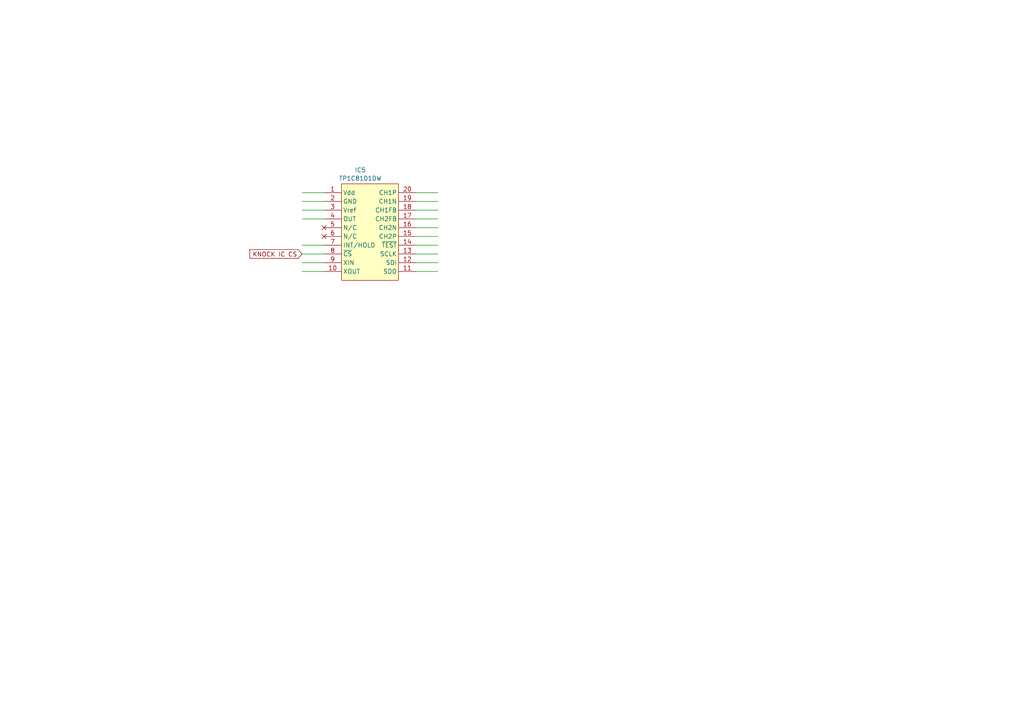
<source format=kicad_sch>
(kicad_sch
	(version 20250114)
	(generator "eeschema")
	(generator_version "9.0")
	(uuid "9ed5d001-f14e-4049-80dc-37552229f3e0")
	(paper "A4")
	(lib_symbols
		(symbol "SIMK43:TP1C8101DW"
			(exclude_from_sim no)
			(in_bom yes)
			(on_board yes)
			(property "Reference" "IC"
				(at 0 0 0)
				(effects
					(font
						(size 1.27 1.27)
					)
				)
			)
			(property "Value" ""
				(at 0 0 0)
				(effects
					(font
						(size 1.27 1.27)
					)
				)
			)
			(property "Footprint" ""
				(at 0 0 0)
				(effects
					(font
						(size 1.27 1.27)
					)
					(hide yes)
				)
			)
			(property "Datasheet" ""
				(at 0 0 0)
				(effects
					(font
						(size 1.27 1.27)
					)
					(hide yes)
				)
			)
			(property "Description" ""
				(at 0 0 0)
				(effects
					(font
						(size 1.27 1.27)
					)
					(hide yes)
				)
			)
			(symbol "TP1C8101DW_0_1"
				(polyline
					(pts
						(xy -14.605 1.905) (xy -13.335 0.635)
					)
					(stroke
						(width 0)
						(type default)
					)
					(fill
						(type none)
					)
				)
				(polyline
					(pts
						(xy -14.605 0.635) (xy -13.335 1.905)
					)
					(stroke
						(width 0)
						(type default)
					)
					(fill
						(type none)
					)
				)
				(polyline
					(pts
						(xy -14.605 -0.635) (xy -13.335 -1.905)
					)
					(stroke
						(width 0)
						(type default)
					)
					(fill
						(type none)
					)
				)
				(polyline
					(pts
						(xy -14.605 -1.905) (xy -13.335 -0.635)
					)
					(stroke
						(width 0)
						(type default)
					)
					(fill
						(type none)
					)
				)
			)
			(symbol "TP1C8101DW_1_1"
				(rectangle
					(start -8.89 13.97)
					(end 7.62 -13.97)
					(stroke
						(width 0)
						(type solid)
					)
					(fill
						(type color)
						(color 255 255 194 1)
					)
				)
				(pin bidirectional line
					(at -13.97 11.43 0)
					(length 5)
					(name "Vdd"
						(effects
							(font
								(size 1.27 1.27)
							)
						)
					)
					(number "1"
						(effects
							(font
								(size 1.27 1.27)
							)
						)
					)
				)
				(pin bidirectional line
					(at -13.97 8.89 0)
					(length 5)
					(name "GND"
						(effects
							(font
								(size 1.27 1.27)
							)
						)
					)
					(number "2"
						(effects
							(font
								(size 1.27 1.27)
							)
						)
					)
				)
				(pin bidirectional line
					(at -13.97 6.35 0)
					(length 5)
					(name "Vref"
						(effects
							(font
								(size 1.27 1.27)
							)
						)
					)
					(number "3"
						(effects
							(font
								(size 1.27 1.27)
							)
						)
					)
				)
				(pin bidirectional line
					(at -13.97 3.81 0)
					(length 5)
					(name "OUT"
						(effects
							(font
								(size 1.27 1.27)
							)
						)
					)
					(number "4"
						(effects
							(font
								(size 1.27 1.27)
							)
						)
					)
				)
				(pin bidirectional line
					(at -13.97 1.27 0)
					(length 5)
					(name "N/C"
						(effects
							(font
								(size 1.27 1.27)
							)
						)
					)
					(number "5"
						(effects
							(font
								(size 1.27 1.27)
							)
						)
					)
				)
				(pin bidirectional line
					(at -13.97 -1.27 0)
					(length 5)
					(name "N/C"
						(effects
							(font
								(size 1.27 1.27)
							)
						)
					)
					(number "6"
						(effects
							(font
								(size 1.27 1.27)
							)
						)
					)
				)
				(pin bidirectional line
					(at -13.97 -3.81 0)
					(length 5)
					(name "INT/HOLD"
						(effects
							(font
								(size 1.27 1.27)
							)
						)
					)
					(number "7"
						(effects
							(font
								(size 1.27 1.27)
							)
						)
					)
				)
				(pin bidirectional line
					(at -13.97 -6.35 0)
					(length 5)
					(name "~{CS}"
						(effects
							(font
								(size 1.27 1.27)
							)
						)
					)
					(number "8"
						(effects
							(font
								(size 1.27 1.27)
							)
						)
					)
				)
				(pin bidirectional line
					(at -13.97 -8.89 0)
					(length 5)
					(name "XIN"
						(effects
							(font
								(size 1.27 1.27)
							)
						)
					)
					(number "9"
						(effects
							(font
								(size 1.27 1.27)
							)
						)
					)
				)
				(pin bidirectional line
					(at -13.97 -11.43 0)
					(length 5)
					(name "XOUT"
						(effects
							(font
								(size 1.27 1.27)
							)
						)
					)
					(number "10"
						(effects
							(font
								(size 1.27 1.27)
							)
						)
					)
				)
				(pin bidirectional line
					(at 12.7 11.43 180)
					(length 5)
					(name "CH1P"
						(effects
							(font
								(size 1.27 1.27)
							)
						)
					)
					(number "20"
						(effects
							(font
								(size 1.27 1.27)
							)
						)
					)
				)
				(pin bidirectional line
					(at 12.7 8.89 180)
					(length 5)
					(name "CH1N"
						(effects
							(font
								(size 1.27 1.27)
							)
						)
					)
					(number "19"
						(effects
							(font
								(size 1.27 1.27)
							)
						)
					)
				)
				(pin bidirectional line
					(at 12.7 6.35 180)
					(length 5)
					(name "CH1FB"
						(effects
							(font
								(size 1.27 1.27)
							)
						)
					)
					(number "18"
						(effects
							(font
								(size 1.27 1.27)
							)
						)
					)
				)
				(pin bidirectional line
					(at 12.7 3.81 180)
					(length 5)
					(name "CH2FB"
						(effects
							(font
								(size 1.27 1.27)
							)
						)
					)
					(number "17"
						(effects
							(font
								(size 1.27 1.27)
							)
						)
					)
				)
				(pin bidirectional line
					(at 12.7 1.27 180)
					(length 5)
					(name "CH2N"
						(effects
							(font
								(size 1.27 1.27)
							)
						)
					)
					(number "16"
						(effects
							(font
								(size 1.27 1.27)
							)
						)
					)
				)
				(pin bidirectional line
					(at 12.7 -1.27 180)
					(length 5)
					(name "CH2P"
						(effects
							(font
								(size 1.27 1.27)
							)
						)
					)
					(number "15"
						(effects
							(font
								(size 1.27 1.27)
							)
						)
					)
				)
				(pin bidirectional line
					(at 12.7 -3.81 180)
					(length 5)
					(name "~{TEST}"
						(effects
							(font
								(size 1.27 1.27)
							)
						)
					)
					(number "14"
						(effects
							(font
								(size 1.27 1.27)
							)
						)
					)
				)
				(pin bidirectional line
					(at 12.7 -6.35 180)
					(length 5)
					(name "SCLK"
						(effects
							(font
								(size 1.27 1.27)
							)
						)
					)
					(number "13"
						(effects
							(font
								(size 1.27 1.27)
							)
						)
					)
				)
				(pin bidirectional line
					(at 12.7 -8.89 180)
					(length 5)
					(name "SDI"
						(effects
							(font
								(size 1.27 1.27)
							)
						)
					)
					(number "12"
						(effects
							(font
								(size 1.27 1.27)
							)
						)
					)
				)
				(pin bidirectional line
					(at 12.7 -11.43 180)
					(length 5)
					(name "SDO"
						(effects
							(font
								(size 1.27 1.27)
							)
						)
					)
					(number "11"
						(effects
							(font
								(size 1.27 1.27)
							)
						)
					)
				)
			)
			(embedded_fonts no)
		)
	)
	(wire
		(pts
			(xy 120.65 71.12) (xy 127 71.12)
		)
		(stroke
			(width 0)
			(type default)
		)
		(uuid "0d17f010-bee9-4837-8830-2a6a9f454195")
	)
	(wire
		(pts
			(xy 120.65 66.04) (xy 127 66.04)
		)
		(stroke
			(width 0)
			(type default)
		)
		(uuid "18100d19-fb3b-4af5-bb91-74610929174e")
	)
	(wire
		(pts
			(xy 87.63 55.88) (xy 93.98 55.88)
		)
		(stroke
			(width 0)
			(type default)
		)
		(uuid "1810edc3-1076-4cc3-9780-f18e52a37841")
	)
	(wire
		(pts
			(xy 120.65 58.42) (xy 127 58.42)
		)
		(stroke
			(width 0)
			(type default)
		)
		(uuid "2466cc85-0d89-487c-b66b-fb5be6acda36")
	)
	(wire
		(pts
			(xy 87.63 78.74) (xy 93.98 78.74)
		)
		(stroke
			(width 0)
			(type default)
		)
		(uuid "2841d16f-3a63-45ac-8687-5c3a754741ed")
	)
	(wire
		(pts
			(xy 87.63 71.12) (xy 93.98 71.12)
		)
		(stroke
			(width 0)
			(type default)
		)
		(uuid "29175d82-a0fb-4003-bf42-66d6259d1bfa")
	)
	(wire
		(pts
			(xy 120.65 78.74) (xy 127 78.74)
		)
		(stroke
			(width 0)
			(type default)
		)
		(uuid "2a166ddd-8321-41b7-911b-10161e053641")
	)
	(wire
		(pts
			(xy 120.65 55.88) (xy 127 55.88)
		)
		(stroke
			(width 0)
			(type default)
		)
		(uuid "323cf293-2834-4022-9986-611dfcc2285b")
	)
	(wire
		(pts
			(xy 120.65 63.5) (xy 127 63.5)
		)
		(stroke
			(width 0)
			(type default)
		)
		(uuid "5662c9a1-2465-45d4-94f6-d2c88a489e69")
	)
	(wire
		(pts
			(xy 87.63 60.96) (xy 93.98 60.96)
		)
		(stroke
			(width 0)
			(type default)
		)
		(uuid "5a761bbc-2b1e-44d7-ada9-8f4cda2b275b")
	)
	(wire
		(pts
			(xy 120.65 68.58) (xy 127 68.58)
		)
		(stroke
			(width 0)
			(type default)
		)
		(uuid "621d2ef6-3519-4bae-8c74-aaf86216c26e")
	)
	(wire
		(pts
			(xy 120.65 73.66) (xy 127 73.66)
		)
		(stroke
			(width 0)
			(type default)
		)
		(uuid "6b7e55eb-3a32-4b14-bb0e-752d2047540a")
	)
	(wire
		(pts
			(xy 120.65 76.2) (xy 127 76.2)
		)
		(stroke
			(width 0)
			(type default)
		)
		(uuid "9ebead3e-9d31-429d-a47d-d7952a75313c")
	)
	(wire
		(pts
			(xy 120.65 60.96) (xy 127 60.96)
		)
		(stroke
			(width 0)
			(type default)
		)
		(uuid "bf0169c4-1920-4859-9d12-b510369eb0a0")
	)
	(wire
		(pts
			(xy 87.63 58.42) (xy 93.98 58.42)
		)
		(stroke
			(width 0)
			(type default)
		)
		(uuid "d0e2a975-dc63-4dd6-a99e-129fca03ff61")
	)
	(wire
		(pts
			(xy 87.63 76.2) (xy 93.98 76.2)
		)
		(stroke
			(width 0)
			(type default)
		)
		(uuid "d262f321-4184-4cac-bb4a-236f9102f905")
	)
	(wire
		(pts
			(xy 87.63 63.5) (xy 93.98 63.5)
		)
		(stroke
			(width 0)
			(type default)
		)
		(uuid "de9084bd-8e8a-4020-a381-e7f23a5012c3")
	)
	(wire
		(pts
			(xy 87.63 73.66) (xy 93.98 73.66)
		)
		(stroke
			(width 0)
			(type default)
		)
		(uuid "e921c56f-0bf3-4a20-92e8-1119e9ad1453")
	)
	(global_label "KNOCK IC CS"
		(shape input)
		(at 87.63 73.66 180)
		(fields_autoplaced yes)
		(effects
			(font
				(size 1.27 1.27)
			)
			(justify right)
		)
		(uuid "749731c5-b0d3-4bbc-91f9-2f2ea0ce6dc2")
		(property "Intersheetrefs" "${INTERSHEET_REFS}"
			(at 71.8843 73.66 0)
			(effects
				(font
					(size 1.27 1.27)
				)
				(justify right)
				(hide yes)
			)
		)
	)
	(symbol
		(lib_id "SIMK43:TP1C8101DW")
		(at 107.95 67.31 0)
		(unit 1)
		(exclude_from_sim no)
		(in_bom yes)
		(on_board yes)
		(dnp no)
		(fields_autoplaced yes)
		(uuid "8bc4d27c-6f5e-4053-96f0-d188d54f7547")
		(property "Reference" "IC5"
			(at 104.4975 49.3225 0)
			(effects
				(font
					(size 1.27 1.27)
				)
			)
		)
		(property "Value" "TP1C8101DW"
			(at 104.4975 51.7468 0)
			(effects
				(font
					(size 1.27 1.27)
				)
			)
		)
		(property "Footprint" ""
			(at 107.95 67.31 0)
			(effects
				(font
					(size 1.27 1.27)
				)
				(hide yes)
			)
		)
		(property "Datasheet" ""
			(at 107.95 67.31 0)
			(effects
				(font
					(size 1.27 1.27)
				)
				(hide yes)
			)
		)
		(property "Description" ""
			(at 107.95 67.31 0)
			(effects
				(font
					(size 1.27 1.27)
				)
				(hide yes)
			)
		)
		(pin "7"
			(uuid "e5da50f4-8cd8-41bc-b71d-b6e5c17d4dfe")
		)
		(pin "4"
			(uuid "e2695423-bb3d-4d62-bcb2-a989e9451f9d")
		)
		(pin "12"
			(uuid "b9c0c7d6-99c2-41d0-9425-7bcfdbee0ccc")
		)
		(pin "2"
			(uuid "7248b883-8784-408c-9587-9d3f862edd54")
		)
		(pin "20"
			(uuid "f853d87e-27d2-4a33-8881-a9b94da99c43")
		)
		(pin "19"
			(uuid "1495da94-8de1-4c75-8be3-9e245c3949db")
		)
		(pin "13"
			(uuid "29d6fca8-e8d4-459f-8d44-b4878edac40d")
		)
		(pin "8"
			(uuid "a5fd53bc-5f26-4fd5-adcb-bd7b34ad78da")
		)
		(pin "1"
			(uuid "916dbb63-581e-4bcf-88f3-687e5811f2ea")
		)
		(pin "3"
			(uuid "4e8493f2-bb88-4094-a36b-8832abb7f577")
		)
		(pin "6"
			(uuid "9fb7b38a-33a9-4876-9e4a-ecbf733d4110")
		)
		(pin "18"
			(uuid "441a1ca6-406f-4c56-8a66-3e86900604f4")
		)
		(pin "16"
			(uuid "637c23a9-b42f-476b-bccf-d05ea253ad82")
		)
		(pin "5"
			(uuid "63c5720d-0fc3-4735-b5b6-ae7b3a4752cf")
		)
		(pin "9"
			(uuid "1db23f11-58d5-4edc-9bb5-3a5e70decd85")
		)
		(pin "17"
			(uuid "ca608c66-4d8f-4a7e-ae2f-4476953aba49")
		)
		(pin "15"
			(uuid "a5eea85d-6209-446f-aa2b-4a1df6b3483d")
		)
		(pin "14"
			(uuid "8178307b-491b-463b-b0fd-c80ad27a7469")
		)
		(pin "11"
			(uuid "3d2afa97-7032-4042-8127-f84974cbb0aa")
		)
		(pin "10"
			(uuid "94850777-9a0f-4213-9d96-57a461b80e71")
		)
		(instances
			(project ""
				(path "/abd366a8-4ac6-4ee7-9079-ac453affd4f2/b6ba1acc-1008-49db-a1a5-782b46549b03"
					(reference "IC5")
					(unit 1)
				)
			)
		)
	)
)

</source>
